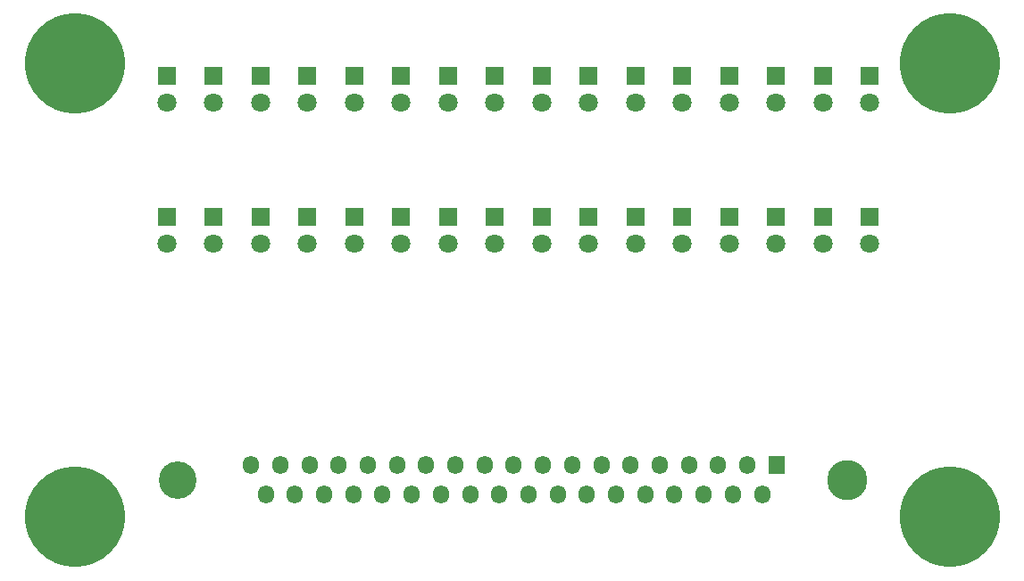
<source format=gbr>
%TF.GenerationSoftware,KiCad,Pcbnew,(6.0.1)*%
%TF.CreationDate,2022-06-22T13:59:59-04:00*%
%TF.ProjectId,LED32-DB37,4c454433-322d-4444-9233-372e6b696361,X1*%
%TF.SameCoordinates,Original*%
%TF.FileFunction,Soldermask,Bot*%
%TF.FilePolarity,Negative*%
%FSLAX46Y46*%
G04 Gerber Fmt 4.6, Leading zero omitted, Abs format (unit mm)*
G04 Created by KiCad (PCBNEW (6.0.1)) date 2022-06-22 13:59:59*
%MOMM*%
%LPD*%
G01*
G04 APERTURE LIST*
%ADD10R,1.520000X1.750000*%
%ADD11O,1.520000X1.750000*%
%ADD12C,3.556000*%
%ADD13C,3.810000*%
%ADD14R,1.800000X1.800000*%
%ADD15C,1.800000*%
%ADD16C,9.525000*%
G04 APERTURE END LIST*
D10*
%TO.C,J1*%
X129563000Y-80048000D03*
D11*
X126793000Y-80048000D03*
X124023000Y-80048000D03*
X121253000Y-80048000D03*
X118493000Y-80048000D03*
X115723000Y-80048000D03*
X112953000Y-80048000D03*
X110183000Y-80048000D03*
X107413000Y-80048000D03*
X104643000Y-80048000D03*
X101873000Y-80048000D03*
X99113000Y-80048000D03*
X96343000Y-80048000D03*
X93573000Y-80048000D03*
X90803000Y-80048000D03*
X88033000Y-80048000D03*
X85263000Y-80048000D03*
X82493000Y-80048000D03*
X79733000Y-80048000D03*
X128193000Y-82888000D03*
X125423000Y-82888000D03*
X122653000Y-82888000D03*
X119883000Y-82888000D03*
X117113000Y-82888000D03*
X114353000Y-82888000D03*
X111583000Y-82888000D03*
X108813000Y-82888000D03*
X106043000Y-82888000D03*
X103273000Y-82888000D03*
X100503000Y-82888000D03*
X97733000Y-82888000D03*
X94973000Y-82888000D03*
X92203000Y-82888000D03*
X89433000Y-82888000D03*
X86663000Y-82888000D03*
X83893000Y-82888000D03*
X81123000Y-82888000D03*
D12*
X72773000Y-81468000D03*
D13*
X136273000Y-81468000D03*
%TD*%
D14*
%TO.C,D23*%
X107315000Y-43180000D03*
D15*
X107315000Y-45720000D03*
%TD*%
D14*
%TO.C,D7*%
X107315000Y-56515000D03*
D15*
X107315000Y-59055000D03*
%TD*%
D14*
%TO.C,D22*%
X111760000Y-43180000D03*
D15*
X111760000Y-45720000D03*
%TD*%
D14*
%TO.C,D6*%
X111760000Y-56515000D03*
D15*
X111760000Y-59055000D03*
%TD*%
D14*
%TO.C,D21*%
X116205000Y-43180000D03*
D15*
X116205000Y-45720000D03*
%TD*%
D14*
%TO.C,D5*%
X116205000Y-56515000D03*
D15*
X116205000Y-59055000D03*
%TD*%
D14*
%TO.C,D20*%
X120650000Y-43180000D03*
D15*
X120650000Y-45720000D03*
%TD*%
D14*
%TO.C,D4*%
X120650000Y-56515000D03*
D15*
X120650000Y-59055000D03*
%TD*%
D14*
%TO.C,D19*%
X125095000Y-43180000D03*
D15*
X125095000Y-45720000D03*
%TD*%
D14*
%TO.C,D3*%
X125095000Y-56515000D03*
D15*
X125095000Y-59055000D03*
%TD*%
D14*
%TO.C,D18*%
X129540000Y-43180000D03*
D15*
X129540000Y-45720000D03*
%TD*%
D14*
%TO.C,D2*%
X129540000Y-56515000D03*
D15*
X129540000Y-59055000D03*
%TD*%
D14*
%TO.C,D17*%
X133985000Y-43180000D03*
D15*
X133985000Y-45720000D03*
%TD*%
D14*
%TO.C,D1*%
X133985000Y-56515000D03*
D15*
X133985000Y-59055000D03*
%TD*%
D14*
%TO.C,D16*%
X138430000Y-43180000D03*
D15*
X138430000Y-45720000D03*
%TD*%
D14*
%TO.C,D0*%
X138430000Y-56515000D03*
D15*
X138430000Y-59055000D03*
%TD*%
D14*
%TO.C,D31*%
X71755000Y-43180000D03*
D15*
X71755000Y-45720000D03*
%TD*%
D14*
%TO.C,D15*%
X71755000Y-56515000D03*
D15*
X71755000Y-59055000D03*
%TD*%
D14*
%TO.C,D30*%
X76200000Y-43180000D03*
D15*
X76200000Y-45720000D03*
%TD*%
D14*
%TO.C,D14*%
X76200000Y-56515000D03*
D15*
X76200000Y-59055000D03*
%TD*%
D14*
%TO.C,D29*%
X80645000Y-43180000D03*
D15*
X80645000Y-45720000D03*
%TD*%
D14*
%TO.C,D13*%
X80645000Y-56515000D03*
D15*
X80645000Y-59055000D03*
%TD*%
D14*
%TO.C,D28*%
X85090000Y-43180000D03*
D15*
X85090000Y-45720000D03*
%TD*%
D14*
%TO.C,D12*%
X85090000Y-56515000D03*
D15*
X85090000Y-59055000D03*
%TD*%
D14*
%TO.C,D27*%
X89535000Y-43180000D03*
D15*
X89535000Y-45720000D03*
%TD*%
D14*
%TO.C,D11*%
X89535000Y-56515000D03*
D15*
X89535000Y-59055000D03*
%TD*%
D14*
%TO.C,D26*%
X93980000Y-43180000D03*
D15*
X93980000Y-45720000D03*
%TD*%
D14*
%TO.C,D10*%
X93980000Y-56515000D03*
D15*
X93980000Y-59055000D03*
%TD*%
D14*
%TO.C,D25*%
X98425000Y-43180000D03*
D15*
X98425000Y-45720000D03*
%TD*%
D14*
%TO.C,D9*%
X98425000Y-56515000D03*
D15*
X98425000Y-59055000D03*
%TD*%
D14*
%TO.C,D24*%
X102870000Y-43180000D03*
D15*
X102870000Y-45720000D03*
%TD*%
D14*
%TO.C,D8*%
X102870000Y-56515000D03*
D15*
X102870000Y-59055000D03*
%TD*%
D16*
%TO.C,MTG1*%
X63000000Y-42000000D03*
%TD*%
%TO.C,MTG2*%
X146000000Y-42000000D03*
%TD*%
%TO.C,MTG3*%
X63000000Y-85000000D03*
%TD*%
%TO.C,MTG4*%
X146000000Y-85000000D03*
%TD*%
M02*

</source>
